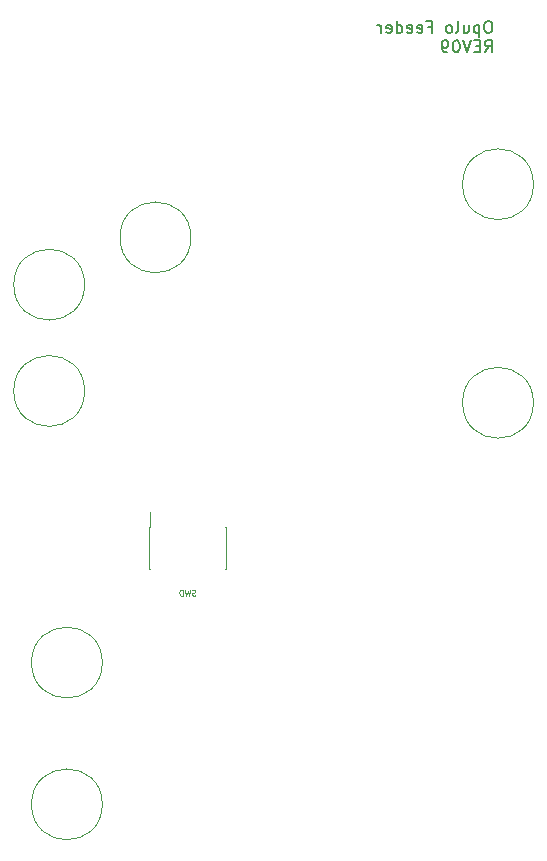
<source format=gbr>
G04 #@! TF.GenerationSoftware,KiCad,Pcbnew,(6.0.1-0)*
G04 #@! TF.CreationDate,2022-12-09T09:44:16-05:00*
G04 #@! TF.ProjectId,mobo,6d6f626f-2e6b-4696-9361-645f70636258,rev?*
G04 #@! TF.SameCoordinates,Original*
G04 #@! TF.FileFunction,Legend,Bot*
G04 #@! TF.FilePolarity,Positive*
%FSLAX46Y46*%
G04 Gerber Fmt 4.6, Leading zero omitted, Abs format (unit mm)*
G04 Created by KiCad (PCBNEW (6.0.1-0)) date 2022-12-09 09:44:16*
%MOMM*%
%LPD*%
G01*
G04 APERTURE LIST*
%ADD10C,0.120000*%
%ADD11C,0.100000*%
%ADD12C,0.150000*%
G04 APERTURE END LIST*
D10*
X127300000Y-79000000D02*
G75*
G03*
X127300000Y-79000000I-3000000J0D01*
G01*
X89300000Y-78000000D02*
G75*
G03*
X89300000Y-78000000I-3000000J0D01*
G01*
X90800000Y-113000000D02*
G75*
G03*
X90800000Y-113000000I-3000000J0D01*
G01*
X90800000Y-101000000D02*
G75*
G03*
X90800000Y-101000000I-3000000J0D01*
G01*
X89300000Y-69000000D02*
G75*
G03*
X89300000Y-69000000I-3000000J0D01*
G01*
X127300000Y-60500000D02*
G75*
G03*
X127300000Y-60500000I-3000000J0D01*
G01*
X98300000Y-65000000D02*
G75*
G03*
X98300000Y-65000000I-3000000J0D01*
G01*
D11*
X98678571Y-95302380D02*
X98607142Y-95326190D01*
X98488095Y-95326190D01*
X98440476Y-95302380D01*
X98416666Y-95278571D01*
X98392857Y-95230952D01*
X98392857Y-95183333D01*
X98416666Y-95135714D01*
X98440476Y-95111904D01*
X98488095Y-95088095D01*
X98583333Y-95064285D01*
X98630952Y-95040476D01*
X98654761Y-95016666D01*
X98678571Y-94969047D01*
X98678571Y-94921428D01*
X98654761Y-94873809D01*
X98630952Y-94850000D01*
X98583333Y-94826190D01*
X98464285Y-94826190D01*
X98392857Y-94850000D01*
X98226190Y-94826190D02*
X98107142Y-95326190D01*
X98011904Y-94969047D01*
X97916666Y-95326190D01*
X97797619Y-94826190D01*
X97607142Y-95326190D02*
X97607142Y-94826190D01*
X97488095Y-94826190D01*
X97416666Y-94850000D01*
X97369047Y-94897619D01*
X97345238Y-94945238D01*
X97321428Y-95040476D01*
X97321428Y-95111904D01*
X97345238Y-95207142D01*
X97369047Y-95254761D01*
X97416666Y-95302380D01*
X97488095Y-95326190D01*
X97607142Y-95326190D01*
D12*
X123573928Y-46697380D02*
X123383452Y-46697380D01*
X123288214Y-46745000D01*
X123192976Y-46840238D01*
X123145357Y-47030714D01*
X123145357Y-47364047D01*
X123192976Y-47554523D01*
X123288214Y-47649761D01*
X123383452Y-47697380D01*
X123573928Y-47697380D01*
X123669166Y-47649761D01*
X123764404Y-47554523D01*
X123812023Y-47364047D01*
X123812023Y-47030714D01*
X123764404Y-46840238D01*
X123669166Y-46745000D01*
X123573928Y-46697380D01*
X122716785Y-47030714D02*
X122716785Y-48030714D01*
X122716785Y-47078333D02*
X122621547Y-47030714D01*
X122431071Y-47030714D01*
X122335833Y-47078333D01*
X122288214Y-47125952D01*
X122240595Y-47221190D01*
X122240595Y-47506904D01*
X122288214Y-47602142D01*
X122335833Y-47649761D01*
X122431071Y-47697380D01*
X122621547Y-47697380D01*
X122716785Y-47649761D01*
X121383452Y-47030714D02*
X121383452Y-47697380D01*
X121812023Y-47030714D02*
X121812023Y-47554523D01*
X121764404Y-47649761D01*
X121669166Y-47697380D01*
X121526309Y-47697380D01*
X121431071Y-47649761D01*
X121383452Y-47602142D01*
X120764404Y-47697380D02*
X120859642Y-47649761D01*
X120907261Y-47554523D01*
X120907261Y-46697380D01*
X120240595Y-47697380D02*
X120335833Y-47649761D01*
X120383452Y-47602142D01*
X120431071Y-47506904D01*
X120431071Y-47221190D01*
X120383452Y-47125952D01*
X120335833Y-47078333D01*
X120240595Y-47030714D01*
X120097738Y-47030714D01*
X120002500Y-47078333D01*
X119954880Y-47125952D01*
X119907261Y-47221190D01*
X119907261Y-47506904D01*
X119954880Y-47602142D01*
X120002500Y-47649761D01*
X120097738Y-47697380D01*
X120240595Y-47697380D01*
X118383452Y-47173571D02*
X118716785Y-47173571D01*
X118716785Y-47697380D02*
X118716785Y-46697380D01*
X118240595Y-46697380D01*
X117478690Y-47649761D02*
X117573928Y-47697380D01*
X117764404Y-47697380D01*
X117859642Y-47649761D01*
X117907261Y-47554523D01*
X117907261Y-47173571D01*
X117859642Y-47078333D01*
X117764404Y-47030714D01*
X117573928Y-47030714D01*
X117478690Y-47078333D01*
X117431071Y-47173571D01*
X117431071Y-47268809D01*
X117907261Y-47364047D01*
X116621547Y-47649761D02*
X116716785Y-47697380D01*
X116907261Y-47697380D01*
X117002500Y-47649761D01*
X117050119Y-47554523D01*
X117050119Y-47173571D01*
X117002500Y-47078333D01*
X116907261Y-47030714D01*
X116716785Y-47030714D01*
X116621547Y-47078333D01*
X116573928Y-47173571D01*
X116573928Y-47268809D01*
X117050119Y-47364047D01*
X115716785Y-47697380D02*
X115716785Y-46697380D01*
X115716785Y-47649761D02*
X115812023Y-47697380D01*
X116002500Y-47697380D01*
X116097738Y-47649761D01*
X116145357Y-47602142D01*
X116192976Y-47506904D01*
X116192976Y-47221190D01*
X116145357Y-47125952D01*
X116097738Y-47078333D01*
X116002500Y-47030714D01*
X115812023Y-47030714D01*
X115716785Y-47078333D01*
X114859642Y-47649761D02*
X114954880Y-47697380D01*
X115145357Y-47697380D01*
X115240595Y-47649761D01*
X115288214Y-47554523D01*
X115288214Y-47173571D01*
X115240595Y-47078333D01*
X115145357Y-47030714D01*
X114954880Y-47030714D01*
X114859642Y-47078333D01*
X114812023Y-47173571D01*
X114812023Y-47268809D01*
X115288214Y-47364047D01*
X114383452Y-47697380D02*
X114383452Y-47030714D01*
X114383452Y-47221190D02*
X114335833Y-47125952D01*
X114288214Y-47078333D01*
X114192976Y-47030714D01*
X114097738Y-47030714D01*
X123192976Y-49307380D02*
X123526309Y-48831190D01*
X123764404Y-49307380D02*
X123764404Y-48307380D01*
X123383452Y-48307380D01*
X123288214Y-48355000D01*
X123240595Y-48402619D01*
X123192976Y-48497857D01*
X123192976Y-48640714D01*
X123240595Y-48735952D01*
X123288214Y-48783571D01*
X123383452Y-48831190D01*
X123764404Y-48831190D01*
X122764404Y-48783571D02*
X122431071Y-48783571D01*
X122288214Y-49307380D02*
X122764404Y-49307380D01*
X122764404Y-48307380D01*
X122288214Y-48307380D01*
X122002500Y-48307380D02*
X121669166Y-49307380D01*
X121335833Y-48307380D01*
X120812023Y-48307380D02*
X120716785Y-48307380D01*
X120621547Y-48355000D01*
X120573928Y-48402619D01*
X120526309Y-48497857D01*
X120478690Y-48688333D01*
X120478690Y-48926428D01*
X120526309Y-49116904D01*
X120573928Y-49212142D01*
X120621547Y-49259761D01*
X120716785Y-49307380D01*
X120812023Y-49307380D01*
X120907261Y-49259761D01*
X120954880Y-49212142D01*
X121002500Y-49116904D01*
X121050119Y-48926428D01*
X121050119Y-48688333D01*
X121002500Y-48497857D01*
X120954880Y-48402619D01*
X120907261Y-48355000D01*
X120812023Y-48307380D01*
X120002500Y-49307380D02*
X119812023Y-49307380D01*
X119716785Y-49259761D01*
X119669166Y-49212142D01*
X119573928Y-49069285D01*
X119526309Y-48878809D01*
X119526309Y-48497857D01*
X119573928Y-48402619D01*
X119621547Y-48355000D01*
X119716785Y-48307380D01*
X119907261Y-48307380D01*
X120002500Y-48355000D01*
X120050119Y-48402619D01*
X120097738Y-48497857D01*
X120097738Y-48735952D01*
X120050119Y-48831190D01*
X120002500Y-48878809D01*
X119907261Y-48926428D01*
X119716785Y-48926428D01*
X119621547Y-48878809D01*
X119573928Y-48831190D01*
X119526309Y-48735952D01*
D10*
X101235000Y-89535000D02*
X101235000Y-93065000D01*
X94830000Y-88210000D02*
X94830000Y-89535000D01*
X94765000Y-89535000D02*
X94765000Y-93065000D01*
X94765000Y-89535000D02*
X94830000Y-89535000D01*
X101170000Y-93065000D02*
X101235000Y-93065000D01*
X94765000Y-93065000D02*
X94830000Y-93065000D01*
X101170000Y-89535000D02*
X101235000Y-89535000D01*
M02*

</source>
